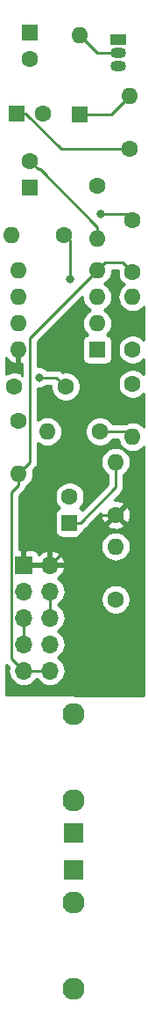
<source format=gbr>
G04 #@! TF.GenerationSoftware,KiCad,Pcbnew,(5.1.0)-1*
G04 #@! TF.CreationDate,2019-04-05T00:52:50-04:00*
G04 #@! TF.ProjectId,noize,6e6f697a-652e-46b6-9963-61645f706362,rev?*
G04 #@! TF.SameCoordinates,Original*
G04 #@! TF.FileFunction,Copper,L2,Bot*
G04 #@! TF.FilePolarity,Positive*
%FSLAX46Y46*%
G04 Gerber Fmt 4.6, Leading zero omitted, Abs format (unit mm)*
G04 Created by KiCad (PCBNEW (5.1.0)-1) date 2019-04-05 00:52:50*
%MOMM*%
%LPD*%
G04 APERTURE LIST*
%ADD10O,1.600000X1.600000*%
%ADD11R,1.600000X1.600000*%
%ADD12C,1.600000*%
%ADD13R,1.500000X1.050000*%
%ADD14O,1.500000X1.050000*%
%ADD15C,2.130000*%
%ADD16R,1.930000X1.830000*%
%ADD17O,1.700000X1.700000*%
%ADD18R,1.700000X1.700000*%
%ADD19C,0.800000*%
%ADD20C,0.250000*%
%ADD21C,0.254000*%
G04 APERTURE END LIST*
D10*
X148590000Y-131064000D03*
X156210000Y-123444000D03*
X148590000Y-128524000D03*
X156210000Y-125984000D03*
X148590000Y-125984000D03*
X156210000Y-128524000D03*
X148590000Y-123444000D03*
D11*
X156210000Y-131064000D03*
D10*
X157988000Y-149987000D03*
D12*
X157988000Y-155067000D03*
D10*
X159639000Y-139446000D03*
D12*
X159639000Y-134366000D03*
D10*
X147955000Y-120015000D03*
D12*
X153035000Y-120015000D03*
D10*
X151384000Y-138938000D03*
D12*
X156464000Y-138938000D03*
D10*
X148590000Y-143002000D03*
D12*
X148590000Y-137922000D03*
D10*
X156210000Y-120396000D03*
D12*
X156210000Y-115316000D03*
D10*
X159385000Y-106680000D03*
D12*
X159385000Y-111760000D03*
D10*
X159639000Y-125984000D03*
D12*
X159639000Y-131064000D03*
D10*
X157988000Y-141859000D03*
D12*
X157988000Y-146939000D03*
D13*
X158242000Y-101219000D03*
D14*
X158242000Y-103759000D03*
X158242000Y-102489000D03*
D15*
X153924000Y-166146000D03*
D16*
X153924000Y-177546000D03*
D15*
X153924000Y-174446000D03*
D17*
X151638000Y-161925000D03*
X149098000Y-161925000D03*
X151638000Y-159385000D03*
X149098000Y-159385000D03*
X151638000Y-156845000D03*
X149098000Y-156845000D03*
X151638000Y-154305000D03*
X149098000Y-154305000D03*
X151638000Y-151765000D03*
D18*
X149098000Y-151765000D03*
D15*
X153924000Y-192502000D03*
D16*
X153924000Y-181102000D03*
D15*
X153924000Y-184202000D03*
D10*
X154559000Y-100838000D03*
D11*
X154559000Y-108458000D03*
D12*
X150963000Y-108331000D03*
D11*
X148463000Y-108331000D03*
D12*
X149733000Y-112943000D03*
D11*
X149733000Y-115443000D03*
D12*
X149733000Y-103084000D03*
D11*
X149733000Y-100584000D03*
D12*
X153543000Y-145201000D03*
D11*
X153543000Y-147701000D03*
D12*
X159639000Y-123618000D03*
X159639000Y-118618000D03*
X148162000Y-134620000D03*
X153162000Y-134620000D03*
D19*
X150622000Y-133731000D03*
X156591000Y-117983000D03*
X153580999Y-124295001D03*
D20*
X151638000Y-155507081D02*
X151638000Y-156845000D01*
X151638000Y-154305000D02*
X151638000Y-155507081D01*
X149098000Y-158047081D02*
X149098000Y-159385000D01*
X149098000Y-156845000D02*
X149098000Y-158047081D01*
X152273000Y-133731000D02*
X153162000Y-134620000D01*
X150622000Y-133731000D02*
X152273000Y-133731000D01*
X159004000Y-117983000D02*
X159639000Y-118618000D01*
X156591000Y-117983000D02*
X159004000Y-117983000D01*
X156464000Y-146939000D02*
X157988000Y-146939000D01*
X151638000Y-151765000D02*
X156464000Y-146939000D01*
X158839001Y-122818001D02*
X159639000Y-123618000D01*
X158665001Y-122644001D02*
X158839001Y-122818001D01*
X157009999Y-122644001D02*
X158665001Y-122644001D01*
X156210000Y-123444000D02*
X157009999Y-122644001D01*
X149389999Y-142202001D02*
X148590000Y-143002000D01*
X149715001Y-141876999D02*
X149389999Y-142202001D01*
X149715001Y-129938999D02*
X149715001Y-141876999D01*
X156210000Y-123444000D02*
X149715001Y-129938999D01*
X148248001Y-161075001D02*
X149098000Y-161925000D01*
X147922999Y-160749999D02*
X148248001Y-161075001D01*
X147922999Y-144800371D02*
X147922999Y-160749999D01*
X148590000Y-144133370D02*
X147922999Y-144800371D01*
X148590000Y-143002000D02*
X148590000Y-144133370D01*
X150300081Y-161925000D02*
X151638000Y-161925000D01*
X149098000Y-161925000D02*
X150300081Y-161925000D01*
X157988000Y-142990370D02*
X157988000Y-141859000D01*
X157988000Y-144306000D02*
X157988000Y-142990370D01*
X154593000Y-147701000D02*
X157988000Y-144306000D01*
X153543000Y-147701000D02*
X154593000Y-147701000D01*
X157607000Y-108458000D02*
X159385000Y-106680000D01*
X154559000Y-108458000D02*
X157607000Y-108458000D01*
X156210000Y-119264630D02*
X156210000Y-120396000D01*
X150688369Y-113742999D02*
X156210000Y-119264630D01*
X150532999Y-113742999D02*
X150688369Y-113742999D01*
X149733000Y-112943000D02*
X150532999Y-113742999D01*
X153580999Y-124295001D02*
X153580999Y-124295001D01*
X153580999Y-120560999D02*
X153035000Y-120015000D01*
X153580999Y-124295001D02*
X153580999Y-120560999D01*
X158253630Y-111760000D02*
X159385000Y-111760000D01*
X152726998Y-111760000D02*
X158253630Y-111760000D01*
X149297998Y-108331000D02*
X152726998Y-111760000D01*
X148463000Y-108331000D02*
X149297998Y-108331000D01*
X156210000Y-102489000D02*
X158242000Y-102489000D01*
X154559000Y-100838000D02*
X156210000Y-102489000D01*
X159131000Y-138938000D02*
X159639000Y-139446000D01*
X156464000Y-138938000D02*
X159131000Y-138938000D01*
D21*
G36*
X158204000Y-123476665D02*
G01*
X158204000Y-123759335D01*
X158259147Y-124036574D01*
X158367320Y-124297727D01*
X158524363Y-124532759D01*
X158724241Y-124732637D01*
X158822107Y-124798029D01*
X158619392Y-124964392D01*
X158440068Y-125182899D01*
X158306818Y-125432192D01*
X158224764Y-125702691D01*
X158197057Y-125984000D01*
X158224764Y-126265309D01*
X158306818Y-126535808D01*
X158440068Y-126785101D01*
X158619392Y-127003608D01*
X158837899Y-127182932D01*
X159087192Y-127316182D01*
X159357691Y-127398236D01*
X159568508Y-127419000D01*
X159709492Y-127419000D01*
X159920309Y-127398236D01*
X160190808Y-127316182D01*
X160440101Y-127182932D01*
X160658608Y-127003608D01*
X160707001Y-126944641D01*
X160707001Y-130102605D01*
X160553759Y-129949363D01*
X160318727Y-129792320D01*
X160057574Y-129684147D01*
X159780335Y-129629000D01*
X159497665Y-129629000D01*
X159220426Y-129684147D01*
X158959273Y-129792320D01*
X158724241Y-129949363D01*
X158524363Y-130149241D01*
X158367320Y-130384273D01*
X158259147Y-130645426D01*
X158204000Y-130922665D01*
X158204000Y-131205335D01*
X158259147Y-131482574D01*
X158367320Y-131743727D01*
X158524363Y-131978759D01*
X158724241Y-132178637D01*
X158959273Y-132335680D01*
X159220426Y-132443853D01*
X159497665Y-132499000D01*
X159780335Y-132499000D01*
X160057574Y-132443853D01*
X160318727Y-132335680D01*
X160553759Y-132178637D01*
X160707001Y-132025395D01*
X160707001Y-133404605D01*
X160553759Y-133251363D01*
X160318727Y-133094320D01*
X160057574Y-132986147D01*
X159780335Y-132931000D01*
X159497665Y-132931000D01*
X159220426Y-132986147D01*
X158959273Y-133094320D01*
X158724241Y-133251363D01*
X158524363Y-133451241D01*
X158367320Y-133686273D01*
X158259147Y-133947426D01*
X158204000Y-134224665D01*
X158204000Y-134507335D01*
X158259147Y-134784574D01*
X158367320Y-135045727D01*
X158524363Y-135280759D01*
X158724241Y-135480637D01*
X158959273Y-135637680D01*
X159220426Y-135745853D01*
X159497665Y-135801000D01*
X159780335Y-135801000D01*
X160057574Y-135745853D01*
X160318727Y-135637680D01*
X160553759Y-135480637D01*
X160707001Y-135327395D01*
X160707001Y-138485359D01*
X160658608Y-138426392D01*
X160440101Y-138247068D01*
X160190808Y-138113818D01*
X159920309Y-138031764D01*
X159709492Y-138011000D01*
X159568508Y-138011000D01*
X159357691Y-138031764D01*
X159087192Y-138113818D01*
X158967116Y-138178000D01*
X157682043Y-138178000D01*
X157578637Y-138023241D01*
X157378759Y-137823363D01*
X157143727Y-137666320D01*
X156882574Y-137558147D01*
X156605335Y-137503000D01*
X156322665Y-137503000D01*
X156045426Y-137558147D01*
X155784273Y-137666320D01*
X155549241Y-137823363D01*
X155349363Y-138023241D01*
X155192320Y-138258273D01*
X155084147Y-138519426D01*
X155029000Y-138796665D01*
X155029000Y-139079335D01*
X155084147Y-139356574D01*
X155192320Y-139617727D01*
X155349363Y-139852759D01*
X155549241Y-140052637D01*
X155784273Y-140209680D01*
X156045426Y-140317853D01*
X156322665Y-140373000D01*
X156605335Y-140373000D01*
X156882574Y-140317853D01*
X157143727Y-140209680D01*
X157378759Y-140052637D01*
X157578637Y-139852759D01*
X157682043Y-139698000D01*
X158221877Y-139698000D01*
X158224764Y-139727309D01*
X158306818Y-139997808D01*
X158440068Y-140247101D01*
X158619392Y-140465608D01*
X158837899Y-140644932D01*
X159087192Y-140778182D01*
X159357691Y-140860236D01*
X159568508Y-140881000D01*
X159709492Y-140881000D01*
X159920309Y-140860236D01*
X160190808Y-140778182D01*
X160440101Y-140644932D01*
X160658608Y-140465608D01*
X160707001Y-140406641D01*
X160707001Y-164333811D01*
X147446755Y-164212157D01*
X147441151Y-161342952D01*
X147657203Y-161559004D01*
X147634487Y-161633889D01*
X147605815Y-161925000D01*
X147634487Y-162216111D01*
X147719401Y-162496034D01*
X147857294Y-162754014D01*
X148042866Y-162980134D01*
X148268986Y-163165706D01*
X148526966Y-163303599D01*
X148806889Y-163388513D01*
X149025050Y-163410000D01*
X149170950Y-163410000D01*
X149389111Y-163388513D01*
X149669034Y-163303599D01*
X149927014Y-163165706D01*
X150153134Y-162980134D01*
X150338706Y-162754014D01*
X150368000Y-162699209D01*
X150397294Y-162754014D01*
X150582866Y-162980134D01*
X150808986Y-163165706D01*
X151066966Y-163303599D01*
X151346889Y-163388513D01*
X151565050Y-163410000D01*
X151710950Y-163410000D01*
X151929111Y-163388513D01*
X152209034Y-163303599D01*
X152467014Y-163165706D01*
X152693134Y-162980134D01*
X152878706Y-162754014D01*
X153016599Y-162496034D01*
X153101513Y-162216111D01*
X153130185Y-161925000D01*
X153101513Y-161633889D01*
X153016599Y-161353966D01*
X152878706Y-161095986D01*
X152693134Y-160869866D01*
X152467014Y-160684294D01*
X152412209Y-160655000D01*
X152467014Y-160625706D01*
X152693134Y-160440134D01*
X152878706Y-160214014D01*
X153016599Y-159956034D01*
X153101513Y-159676111D01*
X153130185Y-159385000D01*
X153101513Y-159093889D01*
X153016599Y-158813966D01*
X152878706Y-158555986D01*
X152693134Y-158329866D01*
X152467014Y-158144294D01*
X152412209Y-158115000D01*
X152467014Y-158085706D01*
X152693134Y-157900134D01*
X152878706Y-157674014D01*
X153016599Y-157416034D01*
X153101513Y-157136111D01*
X153130185Y-156845000D01*
X153101513Y-156553889D01*
X153016599Y-156273966D01*
X152878706Y-156015986D01*
X152693134Y-155789866D01*
X152467014Y-155604294D01*
X152412209Y-155575000D01*
X152467014Y-155545706D01*
X152693134Y-155360134D01*
X152878706Y-155134014D01*
X152990070Y-154925665D01*
X156553000Y-154925665D01*
X156553000Y-155208335D01*
X156608147Y-155485574D01*
X156716320Y-155746727D01*
X156873363Y-155981759D01*
X157073241Y-156181637D01*
X157308273Y-156338680D01*
X157569426Y-156446853D01*
X157846665Y-156502000D01*
X158129335Y-156502000D01*
X158406574Y-156446853D01*
X158667727Y-156338680D01*
X158902759Y-156181637D01*
X159102637Y-155981759D01*
X159259680Y-155746727D01*
X159367853Y-155485574D01*
X159423000Y-155208335D01*
X159423000Y-154925665D01*
X159367853Y-154648426D01*
X159259680Y-154387273D01*
X159102637Y-154152241D01*
X158902759Y-153952363D01*
X158667727Y-153795320D01*
X158406574Y-153687147D01*
X158129335Y-153632000D01*
X157846665Y-153632000D01*
X157569426Y-153687147D01*
X157308273Y-153795320D01*
X157073241Y-153952363D01*
X156873363Y-154152241D01*
X156716320Y-154387273D01*
X156608147Y-154648426D01*
X156553000Y-154925665D01*
X152990070Y-154925665D01*
X153016599Y-154876034D01*
X153101513Y-154596111D01*
X153130185Y-154305000D01*
X153101513Y-154013889D01*
X153016599Y-153733966D01*
X152878706Y-153475986D01*
X152693134Y-153249866D01*
X152467014Y-153064294D01*
X152402477Y-153029799D01*
X152519355Y-152960178D01*
X152735588Y-152765269D01*
X152909641Y-152531920D01*
X153034825Y-152269099D01*
X153079476Y-152121890D01*
X152958155Y-151892000D01*
X151765000Y-151892000D01*
X151765000Y-151912000D01*
X151511000Y-151912000D01*
X151511000Y-151892000D01*
X149225000Y-151892000D01*
X149225000Y-151912000D01*
X148971000Y-151912000D01*
X148971000Y-151892000D01*
X148951000Y-151892000D01*
X148951000Y-151638000D01*
X148971000Y-151638000D01*
X148971000Y-150438750D01*
X149225000Y-150438750D01*
X149225000Y-151638000D01*
X151511000Y-151638000D01*
X151511000Y-150444186D01*
X151765000Y-150444186D01*
X151765000Y-151638000D01*
X152958155Y-151638000D01*
X153079476Y-151408110D01*
X153034825Y-151260901D01*
X152909641Y-150998080D01*
X152735588Y-150764731D01*
X152519355Y-150569822D01*
X152269252Y-150420843D01*
X151994891Y-150323519D01*
X151765000Y-150444186D01*
X151511000Y-150444186D01*
X151281109Y-150323519D01*
X151006748Y-150420843D01*
X150756645Y-150569822D01*
X150560498Y-150746626D01*
X150537502Y-150670820D01*
X150478537Y-150560506D01*
X150399185Y-150463815D01*
X150302494Y-150384463D01*
X150192180Y-150325498D01*
X150072482Y-150289188D01*
X149948000Y-150276928D01*
X149383750Y-150280000D01*
X149225000Y-150438750D01*
X148971000Y-150438750D01*
X148812250Y-150280000D01*
X148682999Y-150279296D01*
X148682999Y-149987000D01*
X156546057Y-149987000D01*
X156573764Y-150268309D01*
X156655818Y-150538808D01*
X156789068Y-150788101D01*
X156968392Y-151006608D01*
X157186899Y-151185932D01*
X157436192Y-151319182D01*
X157706691Y-151401236D01*
X157917508Y-151422000D01*
X158058492Y-151422000D01*
X158269309Y-151401236D01*
X158539808Y-151319182D01*
X158789101Y-151185932D01*
X159007608Y-151006608D01*
X159186932Y-150788101D01*
X159320182Y-150538808D01*
X159402236Y-150268309D01*
X159429943Y-149987000D01*
X159402236Y-149705691D01*
X159320182Y-149435192D01*
X159186932Y-149185899D01*
X159007608Y-148967392D01*
X158789101Y-148788068D01*
X158539808Y-148654818D01*
X158269309Y-148572764D01*
X158058492Y-148552000D01*
X157917508Y-148552000D01*
X157706691Y-148572764D01*
X157436192Y-148654818D01*
X157186899Y-148788068D01*
X156968392Y-148967392D01*
X156789068Y-149185899D01*
X156655818Y-149435192D01*
X156573764Y-149705691D01*
X156546057Y-149987000D01*
X148682999Y-149987000D01*
X148682999Y-146901000D01*
X152104928Y-146901000D01*
X152104928Y-148501000D01*
X152117188Y-148625482D01*
X152153498Y-148745180D01*
X152212463Y-148855494D01*
X152291815Y-148952185D01*
X152388506Y-149031537D01*
X152498820Y-149090502D01*
X152618518Y-149126812D01*
X152743000Y-149139072D01*
X154343000Y-149139072D01*
X154467482Y-149126812D01*
X154587180Y-149090502D01*
X154697494Y-149031537D01*
X154794185Y-148952185D01*
X154873537Y-148855494D01*
X154932502Y-148745180D01*
X154968812Y-148625482D01*
X154981072Y-148501000D01*
X154981072Y-148355326D01*
X155017276Y-148335974D01*
X155133001Y-148241001D01*
X155156804Y-148211997D01*
X155437099Y-147931702D01*
X157174903Y-147931702D01*
X157246486Y-148175671D01*
X157501996Y-148296571D01*
X157776184Y-148365300D01*
X158058512Y-148379217D01*
X158338130Y-148337787D01*
X158604292Y-148242603D01*
X158729514Y-148175671D01*
X158801097Y-147931702D01*
X157988000Y-147118605D01*
X157174903Y-147931702D01*
X155437099Y-147931702D01*
X156557556Y-146811245D01*
X156547783Y-147009512D01*
X156589213Y-147289130D01*
X156684397Y-147555292D01*
X156751329Y-147680514D01*
X156995298Y-147752097D01*
X157808395Y-146939000D01*
X158167605Y-146939000D01*
X158980702Y-147752097D01*
X159224671Y-147680514D01*
X159345571Y-147425004D01*
X159414300Y-147150816D01*
X159428217Y-146868488D01*
X159386787Y-146588870D01*
X159291603Y-146322708D01*
X159224671Y-146197486D01*
X158980702Y-146125903D01*
X158167605Y-146939000D01*
X157808395Y-146939000D01*
X157794253Y-146924858D01*
X157973858Y-146745253D01*
X157988000Y-146759395D01*
X158801097Y-145946298D01*
X158729514Y-145702329D01*
X158474004Y-145581429D01*
X158199816Y-145512700D01*
X157917488Y-145498783D01*
X157861762Y-145507040D01*
X158499004Y-144869798D01*
X158528001Y-144846001D01*
X158580176Y-144782426D01*
X158622974Y-144730277D01*
X158693546Y-144598247D01*
X158716895Y-144521273D01*
X158737003Y-144454986D01*
X158748000Y-144343333D01*
X158748000Y-144343324D01*
X158751676Y-144306001D01*
X158748000Y-144268678D01*
X158748000Y-143079901D01*
X158789101Y-143057932D01*
X159007608Y-142878608D01*
X159186932Y-142660101D01*
X159320182Y-142410808D01*
X159402236Y-142140309D01*
X159429943Y-141859000D01*
X159402236Y-141577691D01*
X159320182Y-141307192D01*
X159186932Y-141057899D01*
X159007608Y-140839392D01*
X158789101Y-140660068D01*
X158539808Y-140526818D01*
X158269309Y-140444764D01*
X158058492Y-140424000D01*
X157917508Y-140424000D01*
X157706691Y-140444764D01*
X157436192Y-140526818D01*
X157186899Y-140660068D01*
X156968392Y-140839392D01*
X156789068Y-141057899D01*
X156655818Y-141307192D01*
X156573764Y-141577691D01*
X156546057Y-141859000D01*
X156573764Y-142140309D01*
X156655818Y-142410808D01*
X156789068Y-142660101D01*
X156968392Y-142878608D01*
X157186899Y-143057932D01*
X157228001Y-143079901D01*
X157228000Y-143991198D01*
X154780563Y-146438636D01*
X154697494Y-146370463D01*
X154587180Y-146311498D01*
X154491057Y-146282339D01*
X154657637Y-146115759D01*
X154814680Y-145880727D01*
X154922853Y-145619574D01*
X154978000Y-145342335D01*
X154978000Y-145059665D01*
X154922853Y-144782426D01*
X154814680Y-144521273D01*
X154657637Y-144286241D01*
X154457759Y-144086363D01*
X154222727Y-143929320D01*
X153961574Y-143821147D01*
X153684335Y-143766000D01*
X153401665Y-143766000D01*
X153124426Y-143821147D01*
X152863273Y-143929320D01*
X152628241Y-144086363D01*
X152428363Y-144286241D01*
X152271320Y-144521273D01*
X152163147Y-144782426D01*
X152108000Y-145059665D01*
X152108000Y-145342335D01*
X152163147Y-145619574D01*
X152271320Y-145880727D01*
X152428363Y-146115759D01*
X152594943Y-146282339D01*
X152498820Y-146311498D01*
X152388506Y-146370463D01*
X152291815Y-146449815D01*
X152212463Y-146546506D01*
X152153498Y-146656820D01*
X152117188Y-146776518D01*
X152104928Y-146901000D01*
X148682999Y-146901000D01*
X148682999Y-145115172D01*
X149101002Y-144697170D01*
X149130001Y-144673371D01*
X149224974Y-144557646D01*
X149295546Y-144425617D01*
X149339003Y-144282356D01*
X149344573Y-144225802D01*
X149391101Y-144200932D01*
X149609608Y-144021608D01*
X149788932Y-143803101D01*
X149922182Y-143553808D01*
X150004236Y-143283309D01*
X150031943Y-143002000D01*
X150004236Y-142720691D01*
X149990708Y-142676093D01*
X150225998Y-142440803D01*
X150255002Y-142417000D01*
X150349975Y-142301275D01*
X150420547Y-142169246D01*
X150464004Y-142025985D01*
X150475001Y-141914332D01*
X150475001Y-141914323D01*
X150478677Y-141877000D01*
X150475001Y-141839677D01*
X150475001Y-140048382D01*
X150582899Y-140136932D01*
X150832192Y-140270182D01*
X151102691Y-140352236D01*
X151313508Y-140373000D01*
X151454492Y-140373000D01*
X151665309Y-140352236D01*
X151935808Y-140270182D01*
X152185101Y-140136932D01*
X152403608Y-139957608D01*
X152582932Y-139739101D01*
X152716182Y-139489808D01*
X152798236Y-139219309D01*
X152825943Y-138938000D01*
X152798236Y-138656691D01*
X152716182Y-138386192D01*
X152582932Y-138136899D01*
X152403608Y-137918392D01*
X152185101Y-137739068D01*
X151935808Y-137605818D01*
X151665309Y-137523764D01*
X151454492Y-137503000D01*
X151313508Y-137503000D01*
X151102691Y-137523764D01*
X150832192Y-137605818D01*
X150582899Y-137739068D01*
X150475001Y-137827618D01*
X150475001Y-134757037D01*
X150520061Y-134766000D01*
X150723939Y-134766000D01*
X150923898Y-134726226D01*
X151112256Y-134648205D01*
X151281774Y-134534937D01*
X151325711Y-134491000D01*
X151727000Y-134491000D01*
X151727000Y-134761335D01*
X151782147Y-135038574D01*
X151890320Y-135299727D01*
X152047363Y-135534759D01*
X152247241Y-135734637D01*
X152482273Y-135891680D01*
X152743426Y-135999853D01*
X153020665Y-136055000D01*
X153303335Y-136055000D01*
X153580574Y-135999853D01*
X153841727Y-135891680D01*
X154076759Y-135734637D01*
X154276637Y-135534759D01*
X154433680Y-135299727D01*
X154541853Y-135038574D01*
X154597000Y-134761335D01*
X154597000Y-134478665D01*
X154541853Y-134201426D01*
X154433680Y-133940273D01*
X154276637Y-133705241D01*
X154076759Y-133505363D01*
X153841727Y-133348320D01*
X153580574Y-133240147D01*
X153303335Y-133185000D01*
X153020665Y-133185000D01*
X152838113Y-133221312D01*
X152836803Y-133220002D01*
X152813001Y-133190999D01*
X152697276Y-133096026D01*
X152565247Y-133025454D01*
X152421986Y-132981997D01*
X152310333Y-132971000D01*
X152310322Y-132971000D01*
X152273000Y-132967324D01*
X152235678Y-132971000D01*
X151325711Y-132971000D01*
X151281774Y-132927063D01*
X151112256Y-132813795D01*
X150923898Y-132735774D01*
X150723939Y-132696000D01*
X150520061Y-132696000D01*
X150475001Y-132704963D01*
X150475001Y-130253800D01*
X154770598Y-125958204D01*
X154768057Y-125984000D01*
X154795764Y-126265309D01*
X154877818Y-126535808D01*
X155011068Y-126785101D01*
X155190392Y-127003608D01*
X155408899Y-127182932D01*
X155541858Y-127254000D01*
X155408899Y-127325068D01*
X155190392Y-127504392D01*
X155011068Y-127722899D01*
X154877818Y-127972192D01*
X154795764Y-128242691D01*
X154768057Y-128524000D01*
X154795764Y-128805309D01*
X154877818Y-129075808D01*
X155011068Y-129325101D01*
X155190392Y-129543608D01*
X155303482Y-129636419D01*
X155285518Y-129638188D01*
X155165820Y-129674498D01*
X155055506Y-129733463D01*
X154958815Y-129812815D01*
X154879463Y-129909506D01*
X154820498Y-130019820D01*
X154784188Y-130139518D01*
X154771928Y-130264000D01*
X154771928Y-131864000D01*
X154784188Y-131988482D01*
X154820498Y-132108180D01*
X154879463Y-132218494D01*
X154958815Y-132315185D01*
X155055506Y-132394537D01*
X155165820Y-132453502D01*
X155285518Y-132489812D01*
X155410000Y-132502072D01*
X157010000Y-132502072D01*
X157134482Y-132489812D01*
X157254180Y-132453502D01*
X157364494Y-132394537D01*
X157461185Y-132315185D01*
X157540537Y-132218494D01*
X157599502Y-132108180D01*
X157635812Y-131988482D01*
X157648072Y-131864000D01*
X157648072Y-130264000D01*
X157635812Y-130139518D01*
X157599502Y-130019820D01*
X157540537Y-129909506D01*
X157461185Y-129812815D01*
X157364494Y-129733463D01*
X157254180Y-129674498D01*
X157134482Y-129638188D01*
X157116518Y-129636419D01*
X157229608Y-129543608D01*
X157408932Y-129325101D01*
X157542182Y-129075808D01*
X157624236Y-128805309D01*
X157651943Y-128524000D01*
X157624236Y-128242691D01*
X157542182Y-127972192D01*
X157408932Y-127722899D01*
X157229608Y-127504392D01*
X157011101Y-127325068D01*
X156878142Y-127254000D01*
X157011101Y-127182932D01*
X157229608Y-127003608D01*
X157408932Y-126785101D01*
X157542182Y-126535808D01*
X157624236Y-126265309D01*
X157651943Y-125984000D01*
X157624236Y-125702691D01*
X157542182Y-125432192D01*
X157408932Y-125182899D01*
X157229608Y-124964392D01*
X157011101Y-124785068D01*
X156878142Y-124714000D01*
X157011101Y-124642932D01*
X157229608Y-124463608D01*
X157408932Y-124245101D01*
X157542182Y-123995808D01*
X157624236Y-123725309D01*
X157651943Y-123444000D01*
X157648003Y-123404001D01*
X158218454Y-123404001D01*
X158204000Y-123476665D01*
X158204000Y-123476665D01*
G37*
X158204000Y-123476665D02*
X158204000Y-123759335D01*
X158259147Y-124036574D01*
X158367320Y-124297727D01*
X158524363Y-124532759D01*
X158724241Y-124732637D01*
X158822107Y-124798029D01*
X158619392Y-124964392D01*
X158440068Y-125182899D01*
X158306818Y-125432192D01*
X158224764Y-125702691D01*
X158197057Y-125984000D01*
X158224764Y-126265309D01*
X158306818Y-126535808D01*
X158440068Y-126785101D01*
X158619392Y-127003608D01*
X158837899Y-127182932D01*
X159087192Y-127316182D01*
X159357691Y-127398236D01*
X159568508Y-127419000D01*
X159709492Y-127419000D01*
X159920309Y-127398236D01*
X160190808Y-127316182D01*
X160440101Y-127182932D01*
X160658608Y-127003608D01*
X160707001Y-126944641D01*
X160707001Y-130102605D01*
X160553759Y-129949363D01*
X160318727Y-129792320D01*
X160057574Y-129684147D01*
X159780335Y-129629000D01*
X159497665Y-129629000D01*
X159220426Y-129684147D01*
X158959273Y-129792320D01*
X158724241Y-129949363D01*
X158524363Y-130149241D01*
X158367320Y-130384273D01*
X158259147Y-130645426D01*
X158204000Y-130922665D01*
X158204000Y-131205335D01*
X158259147Y-131482574D01*
X158367320Y-131743727D01*
X158524363Y-131978759D01*
X158724241Y-132178637D01*
X158959273Y-132335680D01*
X159220426Y-132443853D01*
X159497665Y-132499000D01*
X159780335Y-132499000D01*
X160057574Y-132443853D01*
X160318727Y-132335680D01*
X160553759Y-132178637D01*
X160707001Y-132025395D01*
X160707001Y-133404605D01*
X160553759Y-133251363D01*
X160318727Y-133094320D01*
X160057574Y-132986147D01*
X159780335Y-132931000D01*
X159497665Y-132931000D01*
X159220426Y-132986147D01*
X158959273Y-133094320D01*
X158724241Y-133251363D01*
X158524363Y-133451241D01*
X158367320Y-133686273D01*
X158259147Y-133947426D01*
X158204000Y-134224665D01*
X158204000Y-134507335D01*
X158259147Y-134784574D01*
X158367320Y-135045727D01*
X158524363Y-135280759D01*
X158724241Y-135480637D01*
X158959273Y-135637680D01*
X159220426Y-135745853D01*
X159497665Y-135801000D01*
X159780335Y-135801000D01*
X160057574Y-135745853D01*
X160318727Y-135637680D01*
X160553759Y-135480637D01*
X160707001Y-135327395D01*
X160707001Y-138485359D01*
X160658608Y-138426392D01*
X160440101Y-138247068D01*
X160190808Y-138113818D01*
X159920309Y-138031764D01*
X159709492Y-138011000D01*
X159568508Y-138011000D01*
X159357691Y-138031764D01*
X159087192Y-138113818D01*
X158967116Y-138178000D01*
X157682043Y-138178000D01*
X157578637Y-138023241D01*
X157378759Y-137823363D01*
X157143727Y-137666320D01*
X156882574Y-137558147D01*
X156605335Y-137503000D01*
X156322665Y-137503000D01*
X156045426Y-137558147D01*
X155784273Y-137666320D01*
X155549241Y-137823363D01*
X155349363Y-138023241D01*
X155192320Y-138258273D01*
X155084147Y-138519426D01*
X155029000Y-138796665D01*
X155029000Y-139079335D01*
X155084147Y-139356574D01*
X155192320Y-139617727D01*
X155349363Y-139852759D01*
X155549241Y-140052637D01*
X155784273Y-140209680D01*
X156045426Y-140317853D01*
X156322665Y-140373000D01*
X156605335Y-140373000D01*
X156882574Y-140317853D01*
X157143727Y-140209680D01*
X157378759Y-140052637D01*
X157578637Y-139852759D01*
X157682043Y-139698000D01*
X158221877Y-139698000D01*
X158224764Y-139727309D01*
X158306818Y-139997808D01*
X158440068Y-140247101D01*
X158619392Y-140465608D01*
X158837899Y-140644932D01*
X159087192Y-140778182D01*
X159357691Y-140860236D01*
X159568508Y-140881000D01*
X159709492Y-140881000D01*
X159920309Y-140860236D01*
X160190808Y-140778182D01*
X160440101Y-140644932D01*
X160658608Y-140465608D01*
X160707001Y-140406641D01*
X160707001Y-164333811D01*
X147446755Y-164212157D01*
X147441151Y-161342952D01*
X147657203Y-161559004D01*
X147634487Y-161633889D01*
X147605815Y-161925000D01*
X147634487Y-162216111D01*
X147719401Y-162496034D01*
X147857294Y-162754014D01*
X148042866Y-162980134D01*
X148268986Y-163165706D01*
X148526966Y-163303599D01*
X148806889Y-163388513D01*
X149025050Y-163410000D01*
X149170950Y-163410000D01*
X149389111Y-163388513D01*
X149669034Y-163303599D01*
X149927014Y-163165706D01*
X150153134Y-162980134D01*
X150338706Y-162754014D01*
X150368000Y-162699209D01*
X150397294Y-162754014D01*
X150582866Y-162980134D01*
X150808986Y-163165706D01*
X151066966Y-163303599D01*
X151346889Y-163388513D01*
X151565050Y-163410000D01*
X151710950Y-163410000D01*
X151929111Y-163388513D01*
X152209034Y-163303599D01*
X152467014Y-163165706D01*
X152693134Y-162980134D01*
X152878706Y-162754014D01*
X153016599Y-162496034D01*
X153101513Y-162216111D01*
X153130185Y-161925000D01*
X153101513Y-161633889D01*
X153016599Y-161353966D01*
X152878706Y-161095986D01*
X152693134Y-160869866D01*
X152467014Y-160684294D01*
X152412209Y-160655000D01*
X152467014Y-160625706D01*
X152693134Y-160440134D01*
X152878706Y-160214014D01*
X153016599Y-159956034D01*
X153101513Y-159676111D01*
X153130185Y-159385000D01*
X153101513Y-159093889D01*
X153016599Y-158813966D01*
X152878706Y-158555986D01*
X152693134Y-158329866D01*
X152467014Y-158144294D01*
X152412209Y-158115000D01*
X152467014Y-158085706D01*
X152693134Y-157900134D01*
X152878706Y-157674014D01*
X153016599Y-157416034D01*
X153101513Y-157136111D01*
X153130185Y-156845000D01*
X153101513Y-156553889D01*
X153016599Y-156273966D01*
X152878706Y-156015986D01*
X152693134Y-155789866D01*
X152467014Y-155604294D01*
X152412209Y-155575000D01*
X152467014Y-155545706D01*
X152693134Y-155360134D01*
X152878706Y-155134014D01*
X152990070Y-154925665D01*
X156553000Y-154925665D01*
X156553000Y-155208335D01*
X156608147Y-155485574D01*
X156716320Y-155746727D01*
X156873363Y-155981759D01*
X157073241Y-156181637D01*
X157308273Y-156338680D01*
X157569426Y-156446853D01*
X157846665Y-156502000D01*
X158129335Y-156502000D01*
X158406574Y-156446853D01*
X158667727Y-156338680D01*
X158902759Y-156181637D01*
X159102637Y-155981759D01*
X159259680Y-155746727D01*
X159367853Y-155485574D01*
X159423000Y-155208335D01*
X159423000Y-154925665D01*
X159367853Y-154648426D01*
X159259680Y-154387273D01*
X159102637Y-154152241D01*
X158902759Y-153952363D01*
X158667727Y-153795320D01*
X158406574Y-153687147D01*
X158129335Y-153632000D01*
X157846665Y-153632000D01*
X157569426Y-153687147D01*
X157308273Y-153795320D01*
X157073241Y-153952363D01*
X156873363Y-154152241D01*
X156716320Y-154387273D01*
X156608147Y-154648426D01*
X156553000Y-154925665D01*
X152990070Y-154925665D01*
X153016599Y-154876034D01*
X153101513Y-154596111D01*
X153130185Y-154305000D01*
X153101513Y-154013889D01*
X153016599Y-153733966D01*
X152878706Y-153475986D01*
X152693134Y-153249866D01*
X152467014Y-153064294D01*
X152402477Y-153029799D01*
X152519355Y-152960178D01*
X152735588Y-152765269D01*
X152909641Y-152531920D01*
X153034825Y-152269099D01*
X153079476Y-152121890D01*
X152958155Y-151892000D01*
X151765000Y-151892000D01*
X151765000Y-151912000D01*
X151511000Y-151912000D01*
X151511000Y-151892000D01*
X149225000Y-151892000D01*
X149225000Y-151912000D01*
X148971000Y-151912000D01*
X148971000Y-151892000D01*
X148951000Y-151892000D01*
X148951000Y-151638000D01*
X148971000Y-151638000D01*
X148971000Y-150438750D01*
X149225000Y-150438750D01*
X149225000Y-151638000D01*
X151511000Y-151638000D01*
X151511000Y-150444186D01*
X151765000Y-150444186D01*
X151765000Y-151638000D01*
X152958155Y-151638000D01*
X153079476Y-151408110D01*
X153034825Y-151260901D01*
X152909641Y-150998080D01*
X152735588Y-150764731D01*
X152519355Y-150569822D01*
X152269252Y-150420843D01*
X151994891Y-150323519D01*
X151765000Y-150444186D01*
X151511000Y-150444186D01*
X151281109Y-150323519D01*
X151006748Y-150420843D01*
X150756645Y-150569822D01*
X150560498Y-150746626D01*
X150537502Y-150670820D01*
X150478537Y-150560506D01*
X150399185Y-150463815D01*
X150302494Y-150384463D01*
X150192180Y-150325498D01*
X150072482Y-150289188D01*
X149948000Y-150276928D01*
X149383750Y-150280000D01*
X149225000Y-150438750D01*
X148971000Y-150438750D01*
X148812250Y-150280000D01*
X148682999Y-150279296D01*
X148682999Y-149987000D01*
X156546057Y-149987000D01*
X156573764Y-150268309D01*
X156655818Y-150538808D01*
X156789068Y-150788101D01*
X156968392Y-151006608D01*
X157186899Y-151185932D01*
X157436192Y-151319182D01*
X157706691Y-151401236D01*
X157917508Y-151422000D01*
X158058492Y-151422000D01*
X158269309Y-151401236D01*
X158539808Y-151319182D01*
X158789101Y-151185932D01*
X159007608Y-151006608D01*
X159186932Y-150788101D01*
X159320182Y-150538808D01*
X159402236Y-150268309D01*
X159429943Y-149987000D01*
X159402236Y-149705691D01*
X159320182Y-149435192D01*
X159186932Y-149185899D01*
X159007608Y-148967392D01*
X158789101Y-148788068D01*
X158539808Y-148654818D01*
X158269309Y-148572764D01*
X158058492Y-148552000D01*
X157917508Y-148552000D01*
X157706691Y-148572764D01*
X157436192Y-148654818D01*
X157186899Y-148788068D01*
X156968392Y-148967392D01*
X156789068Y-149185899D01*
X156655818Y-149435192D01*
X156573764Y-149705691D01*
X156546057Y-149987000D01*
X148682999Y-149987000D01*
X148682999Y-146901000D01*
X152104928Y-146901000D01*
X152104928Y-148501000D01*
X152117188Y-148625482D01*
X152153498Y-148745180D01*
X152212463Y-148855494D01*
X152291815Y-148952185D01*
X152388506Y-149031537D01*
X152498820Y-149090502D01*
X152618518Y-149126812D01*
X152743000Y-149139072D01*
X154343000Y-149139072D01*
X154467482Y-149126812D01*
X154587180Y-149090502D01*
X154697494Y-149031537D01*
X154794185Y-148952185D01*
X154873537Y-148855494D01*
X154932502Y-148745180D01*
X154968812Y-148625482D01*
X154981072Y-148501000D01*
X154981072Y-148355326D01*
X155017276Y-148335974D01*
X155133001Y-148241001D01*
X155156804Y-148211997D01*
X155437099Y-147931702D01*
X157174903Y-147931702D01*
X157246486Y-148175671D01*
X157501996Y-148296571D01*
X157776184Y-148365300D01*
X158058512Y-148379217D01*
X158338130Y-148337787D01*
X158604292Y-148242603D01*
X158729514Y-148175671D01*
X158801097Y-147931702D01*
X157988000Y-147118605D01*
X157174903Y-147931702D01*
X155437099Y-147931702D01*
X156557556Y-146811245D01*
X156547783Y-147009512D01*
X156589213Y-147289130D01*
X156684397Y-147555292D01*
X156751329Y-147680514D01*
X156995298Y-147752097D01*
X157808395Y-146939000D01*
X158167605Y-146939000D01*
X158980702Y-147752097D01*
X159224671Y-147680514D01*
X159345571Y-147425004D01*
X159414300Y-147150816D01*
X159428217Y-146868488D01*
X159386787Y-146588870D01*
X159291603Y-146322708D01*
X159224671Y-146197486D01*
X158980702Y-146125903D01*
X158167605Y-146939000D01*
X157808395Y-146939000D01*
X157794253Y-146924858D01*
X157973858Y-146745253D01*
X157988000Y-146759395D01*
X158801097Y-145946298D01*
X158729514Y-145702329D01*
X158474004Y-145581429D01*
X158199816Y-145512700D01*
X157917488Y-145498783D01*
X157861762Y-145507040D01*
X158499004Y-144869798D01*
X158528001Y-144846001D01*
X158580176Y-144782426D01*
X158622974Y-144730277D01*
X158693546Y-144598247D01*
X158716895Y-144521273D01*
X158737003Y-144454986D01*
X158748000Y-144343333D01*
X158748000Y-144343324D01*
X158751676Y-144306001D01*
X158748000Y-144268678D01*
X158748000Y-143079901D01*
X158789101Y-143057932D01*
X159007608Y-142878608D01*
X159186932Y-142660101D01*
X159320182Y-142410808D01*
X159402236Y-142140309D01*
X159429943Y-141859000D01*
X159402236Y-141577691D01*
X159320182Y-141307192D01*
X159186932Y-141057899D01*
X159007608Y-140839392D01*
X158789101Y-140660068D01*
X158539808Y-140526818D01*
X158269309Y-140444764D01*
X158058492Y-140424000D01*
X157917508Y-140424000D01*
X157706691Y-140444764D01*
X157436192Y-140526818D01*
X157186899Y-140660068D01*
X156968392Y-140839392D01*
X156789068Y-141057899D01*
X156655818Y-141307192D01*
X156573764Y-141577691D01*
X156546057Y-141859000D01*
X156573764Y-142140309D01*
X156655818Y-142410808D01*
X156789068Y-142660101D01*
X156968392Y-142878608D01*
X157186899Y-143057932D01*
X157228001Y-143079901D01*
X157228000Y-143991198D01*
X154780563Y-146438636D01*
X154697494Y-146370463D01*
X154587180Y-146311498D01*
X154491057Y-146282339D01*
X154657637Y-146115759D01*
X154814680Y-145880727D01*
X154922853Y-145619574D01*
X154978000Y-145342335D01*
X154978000Y-145059665D01*
X154922853Y-144782426D01*
X154814680Y-144521273D01*
X154657637Y-144286241D01*
X154457759Y-144086363D01*
X154222727Y-143929320D01*
X153961574Y-143821147D01*
X153684335Y-143766000D01*
X153401665Y-143766000D01*
X153124426Y-143821147D01*
X152863273Y-143929320D01*
X152628241Y-144086363D01*
X152428363Y-144286241D01*
X152271320Y-144521273D01*
X152163147Y-144782426D01*
X152108000Y-145059665D01*
X152108000Y-145342335D01*
X152163147Y-145619574D01*
X152271320Y-145880727D01*
X152428363Y-146115759D01*
X152594943Y-146282339D01*
X152498820Y-146311498D01*
X152388506Y-146370463D01*
X152291815Y-146449815D01*
X152212463Y-146546506D01*
X152153498Y-146656820D01*
X152117188Y-146776518D01*
X152104928Y-146901000D01*
X148682999Y-146901000D01*
X148682999Y-145115172D01*
X149101002Y-144697170D01*
X149130001Y-144673371D01*
X149224974Y-144557646D01*
X149295546Y-144425617D01*
X149339003Y-144282356D01*
X149344573Y-144225802D01*
X149391101Y-144200932D01*
X149609608Y-144021608D01*
X149788932Y-143803101D01*
X149922182Y-143553808D01*
X150004236Y-143283309D01*
X150031943Y-143002000D01*
X150004236Y-142720691D01*
X149990708Y-142676093D01*
X150225998Y-142440803D01*
X150255002Y-142417000D01*
X150349975Y-142301275D01*
X150420547Y-142169246D01*
X150464004Y-142025985D01*
X150475001Y-141914332D01*
X150475001Y-141914323D01*
X150478677Y-141877000D01*
X150475001Y-141839677D01*
X150475001Y-140048382D01*
X150582899Y-140136932D01*
X150832192Y-140270182D01*
X151102691Y-140352236D01*
X151313508Y-140373000D01*
X151454492Y-140373000D01*
X151665309Y-140352236D01*
X151935808Y-140270182D01*
X152185101Y-140136932D01*
X152403608Y-139957608D01*
X152582932Y-139739101D01*
X152716182Y-139489808D01*
X152798236Y-139219309D01*
X152825943Y-138938000D01*
X152798236Y-138656691D01*
X152716182Y-138386192D01*
X152582932Y-138136899D01*
X152403608Y-137918392D01*
X152185101Y-137739068D01*
X151935808Y-137605818D01*
X151665309Y-137523764D01*
X151454492Y-137503000D01*
X151313508Y-137503000D01*
X151102691Y-137523764D01*
X150832192Y-137605818D01*
X150582899Y-137739068D01*
X150475001Y-137827618D01*
X150475001Y-134757037D01*
X150520061Y-134766000D01*
X150723939Y-134766000D01*
X150923898Y-134726226D01*
X151112256Y-134648205D01*
X151281774Y-134534937D01*
X151325711Y-134491000D01*
X151727000Y-134491000D01*
X151727000Y-134761335D01*
X151782147Y-135038574D01*
X151890320Y-135299727D01*
X152047363Y-135534759D01*
X152247241Y-135734637D01*
X152482273Y-135891680D01*
X152743426Y-135999853D01*
X153020665Y-136055000D01*
X153303335Y-136055000D01*
X153580574Y-135999853D01*
X153841727Y-135891680D01*
X154076759Y-135734637D01*
X154276637Y-135534759D01*
X154433680Y-135299727D01*
X154541853Y-135038574D01*
X154597000Y-134761335D01*
X154597000Y-134478665D01*
X154541853Y-134201426D01*
X154433680Y-133940273D01*
X154276637Y-133705241D01*
X154076759Y-133505363D01*
X153841727Y-133348320D01*
X153580574Y-133240147D01*
X153303335Y-133185000D01*
X153020665Y-133185000D01*
X152838113Y-133221312D01*
X152836803Y-133220002D01*
X152813001Y-133190999D01*
X152697276Y-133096026D01*
X152565247Y-133025454D01*
X152421986Y-132981997D01*
X152310333Y-132971000D01*
X152310322Y-132971000D01*
X152273000Y-132967324D01*
X152235678Y-132971000D01*
X151325711Y-132971000D01*
X151281774Y-132927063D01*
X151112256Y-132813795D01*
X150923898Y-132735774D01*
X150723939Y-132696000D01*
X150520061Y-132696000D01*
X150475001Y-132704963D01*
X150475001Y-130253800D01*
X154770598Y-125958204D01*
X154768057Y-125984000D01*
X154795764Y-126265309D01*
X154877818Y-126535808D01*
X155011068Y-126785101D01*
X155190392Y-127003608D01*
X155408899Y-127182932D01*
X155541858Y-127254000D01*
X155408899Y-127325068D01*
X155190392Y-127504392D01*
X155011068Y-127722899D01*
X154877818Y-127972192D01*
X154795764Y-128242691D01*
X154768057Y-128524000D01*
X154795764Y-128805309D01*
X154877818Y-129075808D01*
X155011068Y-129325101D01*
X155190392Y-129543608D01*
X155303482Y-129636419D01*
X155285518Y-129638188D01*
X155165820Y-129674498D01*
X155055506Y-129733463D01*
X154958815Y-129812815D01*
X154879463Y-129909506D01*
X154820498Y-130019820D01*
X154784188Y-130139518D01*
X154771928Y-130264000D01*
X154771928Y-131864000D01*
X154784188Y-131988482D01*
X154820498Y-132108180D01*
X154879463Y-132218494D01*
X154958815Y-132315185D01*
X155055506Y-132394537D01*
X155165820Y-132453502D01*
X155285518Y-132489812D01*
X155410000Y-132502072D01*
X157010000Y-132502072D01*
X157134482Y-132489812D01*
X157254180Y-132453502D01*
X157364494Y-132394537D01*
X157461185Y-132315185D01*
X157540537Y-132218494D01*
X157599502Y-132108180D01*
X157635812Y-131988482D01*
X157648072Y-131864000D01*
X157648072Y-130264000D01*
X157635812Y-130139518D01*
X157599502Y-130019820D01*
X157540537Y-129909506D01*
X157461185Y-129812815D01*
X157364494Y-129733463D01*
X157254180Y-129674498D01*
X157134482Y-129638188D01*
X157116518Y-129636419D01*
X157229608Y-129543608D01*
X157408932Y-129325101D01*
X157542182Y-129075808D01*
X157624236Y-128805309D01*
X157651943Y-128524000D01*
X157624236Y-128242691D01*
X157542182Y-127972192D01*
X157408932Y-127722899D01*
X157229608Y-127504392D01*
X157011101Y-127325068D01*
X156878142Y-127254000D01*
X157011101Y-127182932D01*
X157229608Y-127003608D01*
X157408932Y-126785101D01*
X157542182Y-126535808D01*
X157624236Y-126265309D01*
X157651943Y-125984000D01*
X157624236Y-125702691D01*
X157542182Y-125432192D01*
X157408932Y-125182899D01*
X157229608Y-124964392D01*
X157011101Y-124785068D01*
X156878142Y-124714000D01*
X157011101Y-124642932D01*
X157229608Y-124463608D01*
X157408932Y-124245101D01*
X157542182Y-123995808D01*
X157624236Y-123725309D01*
X157651943Y-123444000D01*
X157648003Y-123404001D01*
X158218454Y-123404001D01*
X158204000Y-123476665D01*
G36*
X148355748Y-134605858D02*
G01*
X148341605Y-134620000D01*
X148355748Y-134634143D01*
X148176143Y-134813748D01*
X148162000Y-134799605D01*
X148147858Y-134813748D01*
X147968253Y-134634143D01*
X147982395Y-134620000D01*
X147968253Y-134605858D01*
X148147858Y-134426253D01*
X148162000Y-134440395D01*
X148176143Y-134426253D01*
X148355748Y-134605858D01*
X148355748Y-134605858D01*
G37*
X148355748Y-134605858D02*
X148341605Y-134620000D01*
X148355748Y-134634143D01*
X148176143Y-134813748D01*
X148162000Y-134799605D01*
X148147858Y-134813748D01*
X147968253Y-134634143D01*
X147982395Y-134620000D01*
X147968253Y-134605858D01*
X148147858Y-134426253D01*
X148162000Y-134440395D01*
X148176143Y-134426253D01*
X148355748Y-134605858D01*
G36*
X148717000Y-130937000D02*
G01*
X148737000Y-130937000D01*
X148737000Y-131191000D01*
X148717000Y-131191000D01*
X148717000Y-132334624D01*
X148939040Y-132455909D01*
X148955001Y-132450193D01*
X148955001Y-133558808D01*
X148903514Y-133383329D01*
X148648004Y-133262429D01*
X148373816Y-133193700D01*
X148091488Y-133179783D01*
X147811870Y-133221213D01*
X147545708Y-133316397D01*
X147420486Y-133383329D01*
X147395000Y-133470190D01*
X147395000Y-131850037D01*
X147526481Y-132027414D01*
X147734869Y-132216385D01*
X147976119Y-132361070D01*
X148240960Y-132455909D01*
X148463000Y-132334624D01*
X148463000Y-131191000D01*
X148443000Y-131191000D01*
X148443000Y-130937000D01*
X148463000Y-130937000D01*
X148463000Y-130917000D01*
X148717000Y-130917000D01*
X148717000Y-130937000D01*
X148717000Y-130937000D01*
G37*
X148717000Y-130937000D02*
X148737000Y-130937000D01*
X148737000Y-131191000D01*
X148717000Y-131191000D01*
X148717000Y-132334624D01*
X148939040Y-132455909D01*
X148955001Y-132450193D01*
X148955001Y-133558808D01*
X148903514Y-133383329D01*
X148648004Y-133262429D01*
X148373816Y-133193700D01*
X148091488Y-133179783D01*
X147811870Y-133221213D01*
X147545708Y-133316397D01*
X147420486Y-133383329D01*
X147395000Y-133470190D01*
X147395000Y-131850037D01*
X147526481Y-132027414D01*
X147734869Y-132216385D01*
X147976119Y-132361070D01*
X148240960Y-132455909D01*
X148463000Y-132334624D01*
X148463000Y-131191000D01*
X148443000Y-131191000D01*
X148443000Y-130937000D01*
X148463000Y-130937000D01*
X148463000Y-130917000D01*
X148717000Y-130917000D01*
X148717000Y-130937000D01*
M02*

</source>
